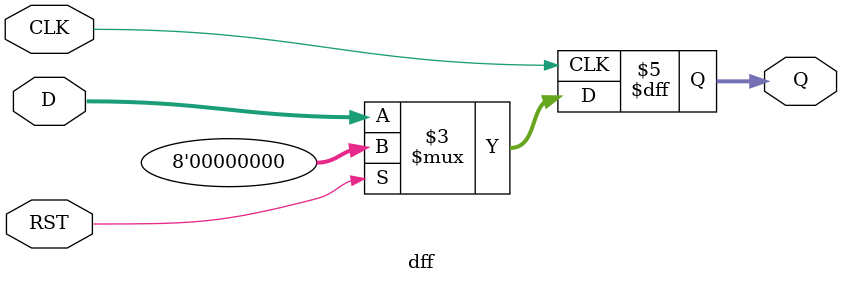
<source format=v>
module dff #
 (
  parameter WIDTH = 8
 )

 (
  input [0:0] CLK, 
  input [0:0] RST, 
  input [(WIDTH - 1):0] D, 
  output reg [(WIDTH - 1):0] Q
 );

  always @(posedge CLK)
  begin        
  if(RST) begin        
  Q <= 0;
  end  
  else begin        
  Q <= D;
  end 
  end 
endmodule

</source>
